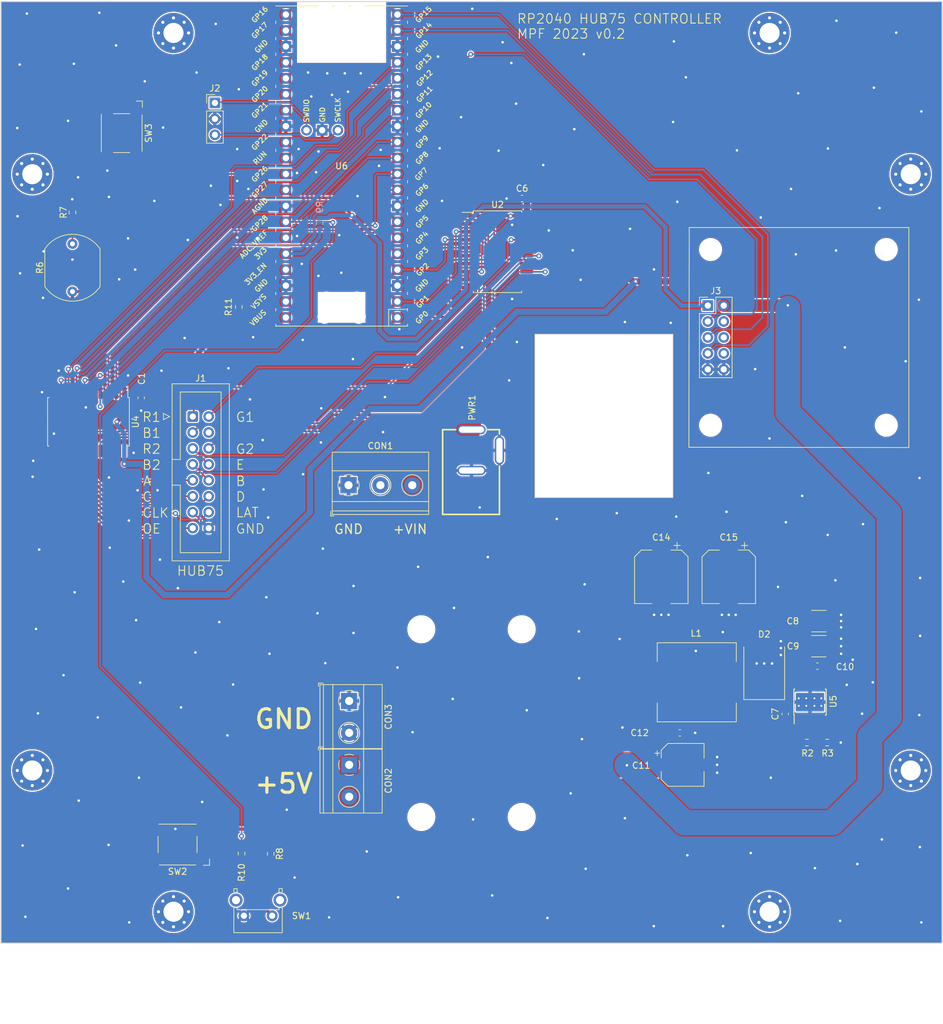
<source format=kicad_pcb>
(kicad_pcb (version 20221018) (generator pcbnew)
  (layers (0 "F.Cu" signal) (31 "B.Cu" signal) (34 "B.Paste" user) (35 "F.Paste" user) (36 "B.SilkS" user "B.Silkscreen") (37 "F.SilkS" user "F.Silkscreen") (38 "B.Mask" user) (39 "F.Mask" user) (44 "Edge.Cuts" user))
  (net 0 "")
  (net 1 "GND")
  (net 2 "/A_PIN")
  (net 3 "/B_PIN")
  (net 4 "/GPIO16")
  (net 5 "/GPIO14")
  (net 6 "/E_PIN")
  (net 7 "Net-(D2-K)")
  (net 8 "/C_PIN")
  (net 9 "/D_PIN")
  (net 10 "/CLK_PIN")
  (net 11 "/LAT_PIN")
  (net 12 "/GPIO15")
  (net 13 "/OE_PIN")
  (net 14 "Net-(U5-BOOT)")
  (net 15 "Net-(U5-VIN)")
  (net 17 "/ADC0")
  (net 19 "Net-(U5-VSENSE)")
  (net 20 "/B2_PIN")
  (net 21 "/G2_PIN")
  (net 22 "/R2_PIN")
  (net 23 "/B1_PIN")
  (net 24 "/G1_PIN")
  (net 25 "/R1_PIN")
  (net 26 "Net-(U6-3V3)")
  (net 28 "/SW")
  (net 29 "+3V3")
  (net 30 "/LAT")
  (net 31 "/D")
  (net 32 "/B")
  (net 33 "/G2")
  (net 35 "/G1")
  (net 36 "/OE")
  (net 37 "/CLK")
  (net 38 "/C")
  (net 39 "/A")
  (net 40 "/B2")
  (net 41 "/R2")
  (net 42 "/B1")
  (net 43 "/R1")
  (net 44 "+5V")
  (net 46 "/E")
  (net 50 "Net-(SW1A-A)")
  (net 54 "/VSYS")
  (net 55 "/RUN")
  (net 57 "/GPIO18")
  (net 58 "/GPIO19")
  (net 59 "/GPIO20")
  (net 60 "/GPIO21")
  (net 61 "/GPIO22")
  (net 64 "VBUS")
  (net 65 "/SWDIO")
  (net 66 "/SWCLK")
  (footprint "MountingHole:MountingHole_3.2mm_M3_Pad_Via" (layer "F.Cu") (at 25 67.5)
    (fp_text reference "H1" hide)
    (fp_text value "MountingHole")
  )
  (footprint "MountingHole:MountingHole_3.2mm_M3_Pad_Via" (layer "F.Cu") (at 47.5 45)
    (fp_text reference "H2" hide)
    (fp_text value "MountingHole")
  )
  (footprint "MountingHole:MountingHole_3.2mm_M3_Pad_Via" (layer "F.Cu") (at 142.5 45)
    (fp_text reference "H3" hide)
    (fp_text value "MountingHole")
  )
  (footprint "MountingHole:MountingHole_3.2mm_M3_Pad_Via" (layer "F.Cu") (at 165 67.5)
    (fp_text reference "H4" hide)
    (fp_text value "MountingHole")
  )
  (footprint "MountingHole:MountingHole_3.2mm_M3_Pad_Via" (layer "F.Cu") (at 165 162.5)
    (fp_text reference "H5" hide)
    (fp_text value "MountingHole")
  )
  (footprint "MountingHole:MountingHole_3.2mm_M3_Pad_Via" (layer "F.Cu") (at 142.5 185)
    (fp_text reference "H6" hide)
    (fp_text value "MountingHole")
  )
  (footprint "MountingHole:MountingHole_3.2mm_M3_Pad_Via" (layer "F.Cu") (at 47.5 185)
    (fp_text reference "H7" hide)
    (fp_text value "MountingHole")
  )
  (footprint "MountingHole:MountingHole_3.2mm_M3_Pad_Via" (layer "F.Cu") (at 25 162.5)
    (fp_text reference "H8" hide)
    (fp_text value "MountingHole")
  )
  (footprint "Connector_IDC:IDC-Header_2x08_P2.54mm_Vertical" (layer "F.Cu") (at 50.57 106.11)
    (fp_text reference "J1")
    (fp_text value "Conn_02x08_Odd_Even")
  )
  (footprint "Capacitor_SMD:C_0603_1608Metric" (layer "F.Cu") (at 42.352 103.132 -90)
    (fp_text reference "C1")
    (fp_text value "100n")
  )
  (footprint "Capacitor_SMD:C_0603_1608Metric" (layer "F.Cu") (at 103.058 71.382 180)
    (fp_text reference "C6")
    (fp_text value "100n")
  )
  (footprint "Connector_PinHeader_2.54mm:PinHeader_1x03_P2.54mm_Vertical" (layer "F.Cu") (at 54.102 56.149)
    (fp_text reference "J2")
    (fp_text value "Conn_01x03")
  )
  (footprint "Package_SO:SOIC-20W_7.5x12.8mm_P1.27mm" (layer "F.Cu") (at 99.15 79.85)
    (fp_text reference "U2")
    (fp_text value "74HC245")
  )
  (footprint "Package_SO:SOIC-20W_7.5x12.8mm_P1.27mm" (layer "F.Cu") (at 33.95 106.95 -90)
    (fp_text reference "U4")
    (fp_text value "74HC245")
  )
  (footprint "Capacitor_SMD:C_0603_1608Metric" (layer "F.Cu") (at 145 153.5 90)
    (fp_text reference "C7")
    (fp_text value "100n")
  )
  (footprint "Capacitor_SMD:C_1812_4532Metric" (layer "F.Cu") (at 150.35 138.7)
    (fp_text reference "C8")
    (fp_text value "4.7u/50V")
  )
  (footprint "Capacitor_SMD:C_1812_4532Metric" (layer "F.Cu") (at 150.35 142.7)
    (fp_text reference "C9")
    (fp_text value "4.7u/50V")
  )
  (footprint "Capacitor_SMD:C_0603_1608Metric" (layer "F.Cu") (at 150.125 145.875)
    (fp_text reference "C10")
    (fp_text value "100n")
  )
  (footprint "Capacitor_SMD:CP_Elec_6.3x7.7" (layer "F.Cu") (at 128.65 161.6)
    (fp_text reference "C11")
    (fp_text value "330u")
  )
  (footprint "Capacitor_SMD:C_0603_1608Metric" (layer "F.Cu") (at 128.2 156.5)
    (fp_text reference "C12")
    (fp_text value "100n")
  )
  (footprint "TerminalBlock_Phoenix:TerminalBlock_Phoenix_MKDS-1,5-3-5.08_1x03_P5.08mm_Horizontal" (layer "F.Cu") (at 75.4 117.05)
    (fp_text reference "CON1")
    (fp_text value "CON3")
  )
  (footprint "TerminalBlock_Phoenix:TerminalBlock_Phoenix_MKDS-1,5-2-5.08_1x02_P5.08mm_Horizontal" (layer "F.Cu") (at 75.5 161.6 -90)
    (fp_text reference "CON2")
    (fp_text value "CON2")
  )
  (footprint "TerminalBlock_Phoenix:TerminalBlock_Phoenix_MKDS-1,5-2-5.08_1x02_P5.08mm_Horizontal" (layer "F.Cu") (at 75.5 151.42 -90)
    (fp_text reference "CON3")
    (fp_text value "CON2")
  )
  (footprint "Diode_SMD:D_SMC" (layer "F.Cu") (at 141.65 146.4 90)
    (fp_text reference "D2")
    (fp_text value "B540C")
  )
  (footprint "Inductor_SMD:L_12x12mm_H8mm" (layer "F.Cu") (at 130.9 148.45 180)
    (fp_text reference "L1")
    (fp_text value "15uH")
  )
  (footprint "Resistor_SMD:R_0603_1608Metric" (layer "F.Cu") (at 148.45 158.05)
    (fp_text reference "R2")
    (fp_text value "10K")
  )
  (footprint "Resistor_SMD:R_0603_1608Metric" (layer "F.Cu") (at 151.675 158.05)
    (fp_text reference "R3")
    (fp_text value "3.16K")
  )
  (footprint "Package_SO:TI_SO-PowerPAD-8_ThermalVias" (layer "F.Cu") (at 148.95 151.6 90)
    (fp_text reference "U5")
    (fp_text value "TPS5450DDA")
  )
  (footprint "REV-I:PWRJ-2mm(YDJ-1136)" (layer "F.Cu") (at 99.75 108.2 90)
    (fp_text reference "PWR1")
    (fp_text value "PWR-JAKPWR_JACK_UNI_MILLING")
  )
  (footprint "Capacitor_SMD:CP_Elec_8x10" (layer "F.Cu") (at 125.25 131.65 -90)
    (fp_text reference "C14")
    (fp_text value "470u")
  )
  (footprint "Capacitor_SMD:CP_Elec_8x10" (layer "F.Cu") (at 136 131.65 -90)
    (fp_text reference "C15")
    (fp_text value "470u")
  )
  (footprint "MountingHole:MountingHole_4mm" (layer "F.Cu") (at 87 169.9)
    (fp_text reference "REF**" hide)
    (fp_text value "MountingHole_4mm")
  )
  (footprint "MountingHole:MountingHole_4mm" (layer "F.Cu") (at 103 169.9)
    (fp_text reference "REF**" hide)
    (fp_text value "MountingHole_4mm")
  )
  (footprint "MountingHole:MountingHole_4mm" (layer "F.Cu") (at 87 140)
    (fp_text reference "REF**" hide)
    (fp_text value "MountingHole_4mm")
  )
  (footprint "MountingHole:MountingHole_4mm" (layer "F.Cu") (at 103 140)
    (fp_text reference "REF**" hide)
    (fp_text value "MountingHole_4mm")
  )
  (footprint "OptoDevice:R_LDR_10x8.5mm_P7.6mm_Vertical" (layer "F.Cu") (at 31.4 86.2 90)
    (fp_text reference "R6")
    (fp_text value "LDR03")
  )
  (footprint "Resistor_SMD:R_0603_1608Metric" (layer "F.Cu") (at 31.4 73.6 90)
    (fp_text reference "R7")
    (fp_text value "10K")
  )
  (footprint "MountingHole:MountingHole_3.2mm_M3" (layer "F.Cu") (at 133.1 79.5)
    (fp_text reference "H9" hide)
    (fp_text value "MountingHole")
  )
  (footprint "MountingHole:MountingHole_3.2mm_M3" (layer "F.Cu") (at 133.1 107.5)
    (fp_text reference "H10" hide)
    (fp_text value "MountingHole")
  )
  (footprint "MountingHole:MountingHole_3.2mm_M3" (layer "F.Cu") (at 161.1 79.5)
    (fp_text reference "H11" hide)
    (fp_text value "MountingHole")
  )
  (footprint "MountingHole:MountingHole_3.2mm_M3" (layer "F.Cu") (at 161.1 107.5)
    (fp_text reference "H12" hide)
    (fp_text value "MountingHole")
  )
  (footprint "Button_Switch_SMD:SW_SPST_Omron_B3FS-100xP" (layer "F.Cu") (at 48.15 174.3 180)
    (fp_text reference "SW2")
    (fp_text value "SW_DPST_x2")
  )
  (footprint "Button_Switch_SMD:SW_SPST_Omron_B3FS-100xP" (layer "F.Cu") (at 39.243 60.96 -90)
    (fp_text reference "SW3")
    (fp_text value "SW_DPST_x2")
  )
  (footprint "Resistor_SMD:R_0603_1608Metric" (layer "F.Cu") (at 58.35 175.725 -90)
    (fp_text reference "R10")
    (fp_text value "0R")
  )
  (footprint "Resistor_SMD:R_0603_1608Metric" (layer "F.Cu") (at 62.992 175.768 -90)
    (fp_text reference "R8")
    (fp_text value "1K")
  )
  (footprint "Resistor_SMD:R_0603_1608Metric" (layer "F.Cu") (at 57.912 88.646 -90)
    (fp_text reference "R11")
    (fp_text value "0R")
  )
  (footprint "Morten_2023_Library:RPi_Pico_WSMD_TH" (layer "F.Cu") (at 74.3 66.2 180)
    (fp_text reference "U6")
    (fp_text value "Pico")
  )
  (footprint "Button_Switch_THT:SW_Tactile_SPST_Angled_PTS645Vx31-2LFS" (layer "F.Cu") (at 63.225 185.6375 180)
    (fp_text reference "SW1")
    (fp_text value "SW_DPST_x2")
  )
  (footprint "Connector_PinHeader_2.54mm:PinHeader_2x05_P2.54mm_Vertical" (layer "F.Cu") (at 132.66 88.43)
    (fp_text reference "J3")
    (fp_text value "Conn_02x05_Odd_Even")
  )
  (footprint "Resistor_SMD:R_0603_1608Metric" (layer "B.Cu") (at 70.8 75.319 90)
    (fp_text reference "R9")
    (fp_text value "0R")
  )
  (gr_line (start 164.7 76) (end 129.7 76) (stroke (width 0.12)) (layer "F.SilkS"))
  (gr_line (start 164.7 111) (end 164.7 76) (stroke (width 0.12)) (layer "F.SilkS"))
  (gr_line (start 129.7 76) (end 129.65 111) (stroke (width 0.12)) (layer "F.SilkS"))
  (gr_line (start 129.65 111) (end 164.7 111.05) (stroke (width 0.12)) (layer "F.SilkS"))
  (gr_line (start 20 40) (end 20 190) (stroke (width 0.15)) (layer "Edge.Cuts"))
  (gr_line (start 170 40) (end 20 40) (stroke (width 0.15)) (layer "Edge.Cuts"))
  (gr_line (start 20 190) (end 170 190) (stroke (width 0.15)) (layer "Edge.Cuts"))
  (gr_line (start 170 190) (end 170 40) (stroke (width 0.15)) (layer "Edge.Cuts"))
  (gr_poly (pts (xy 127.1 119) (xy 105.1 119) (xy 105.1 93) (xy 127.1 93)) (stroke (width 0.1)) (fill none) (layer "Edge.Cuts"))
  (gr_text "G1" (at 58.914285 106.2) (layer "F.SilkS") (effects (font (size 1.5 1.5))))
  (gr_text "RP2040 HUB75 CONTROLLER\nMPF 2023 v0.2\n" (at 102.169 43.95) (layer "F.SilkS") (effects (font (size 1.5 1.5)) (justify left)))
  (gr_text "GND\n" (at 65.1 154.3) (layer "F.SilkS") (effects (font (size 3 3) (thickness 0.5))))
  (gr_text "+VIN" (at 85.2 124.05) (layer "F.SilkS") (effects (font (size 1.5 1.5) (thickness 0.2))))
  (gr_text "R1" (at 44 106.2) (layer "F.SilkS") (effects (font (size 1.5 1.5))))
  (gr_text "E\n" (at 58.135714 113.8) (layer "F.SilkS") (effects (font (size 1.5 1.5))))
  (gr_text "GND\n" (at 75.4 124.05) (layer "F.SilkS") (effects (font (size 1.5 1.5) (thickness 0.2))))
  (gr_text "HUB75\n" (at 51.8 130.7) (layer "F.SilkS") (effects (font (size 1.5 1.5))))
  (gr_text "B2" (at 44 113.828571) (layer "F.SilkS") (effects (font (size 1.5 1.5))))
  (gr_text "D" (at 58.2 118.9) (layer "F.SilkS") (effects (font (size 1.5 1.5))))
  (gr_text "CLK" (at 44.642858 121.457142) (layer "F.SilkS") (effects (font (size 1.5 1.5))))
  (gr_text "A" (at 43.3 116.371428) (layer "F.SilkS") (effects (font (size 1.5 1.5))))
  (gr_text "B1" (at 44 108.742857) (layer "F.SilkS") (effects (font (size 1.5 1.5))))
  (gr_text "OE" (at 44 124) (layer "F.SilkS") (effects (font (size 1.5 1.5))))
  (gr_text "LAT" (at 59.271428 121.4) (layer "F.SilkS") (effects (font (size 1.5 1.5))))
  (gr_text "G2" (at 58.914285 111.3) (layer "F.SilkS") (effects (font (size 1.5 1.5))))
  (gr_text "C" (at 43.285715 118.914285) (layer "F.SilkS") (effects (font (size 1.5 1.5))))
  (gr_text "+5V\n" (at 65.1 164.6) (layer "F.SilkS") (effects (font (size 3 3) (thickness 0.5))))
  (gr_text "R2" (at 44 111.285714) (layer "F.SilkS") (effects (font (size 1.5 1.5))))
  (gr_text "B" (at 58.2 116.4) (layer "F.SilkS") (effects (font (size 1.5 1.5))))
  (gr_text "GND" (at 59.735714 124) (layer "F.SilkS") (effects (font (size 1.5 1.5))))
  (segment (start 149.585 150.935) (end 149.65 151) (width 0.25) (layer "F.Cu") (net 1))
  (via (at 76.2 133.1) (size 0.8) (drill 0.4) (layers "F.Cu" "B.Cu") (net 1))
  (via (at 154.5 95.1) (size 0.8) (drill 0.4) (layers "F.Cu" "B.Cu") (net 1))
  (via (at 141.1 74.4) (size 0.8) (drill 0.4) (layers "F.Cu" "B.Cu") (net 1))
  (via (at 31.4 81.1) (size 0.8) (drill 0.4) (layers "F.Cu" "B.Cu") (net 1))
  (via (at 112.395 84.328) (size 0.8) (drill 0.4) (layers "F.Cu" "B.Cu") (net 1))
  (via (at 83.5 92.2) (size 0.8) (drill 0.4) (layers "F.Cu" "B.Cu") (net 1))
  (via (at 67.437 63.5) (size 0.8) (drill 0.4) (layers "F.Cu" "B.Cu") (net 1))
  (via (at 30.7 59) (size 0.8) (drill 0.4) (layers "F.Cu" "B.Cu") (net 1))
  (via (at 26.8 79.8) (size 0.8) (drill 0.4) (layers "F.Cu" "B.Cu") (net 1))
  (via (at 26.543 102.235) (size 0.8) (drill 0.4) (layers "F.Cu" "B.Cu") (net 1))
  (via (at 26.1 127.3) (size 0.8) (drill 0.4) (layers "F.Cu" "B.Cu") (net 1))
  (via (at 25.9 153.4) (size 0.8) (drill 0.4) (layers "F.Cu" "B.Cu") (net 1))
  (via (at 30.7 181.3) (size 0.8) (drill 0.4) (layers "F.Cu" "B.Cu") (net 1))
  (via (at 47.8 171.8) (size 0.8) (drill 0.4) (layers "F.Cu" "B.Cu") (net 1))
  (via (at 66.8 179.55) (size 0.8) (drill 0.4) (layers "F.Cu" "B.Cu") (net 1))
  (via (at 83.3 182.7) (size 0.8) (drill 0.4) (layers "F.Cu" "B.Cu") (net 1))
  (via (at 98.3 182.4) (size 0.8) (drill 0.4) (layers "F.Cu" "B.Cu") (net 1))
  (via (at 113.03 132.842) (size 0.8) (drill 0.4) (layers "F.Cu" "B.Cu") (net 1))
  (via (at 103.8 152.9) (size 0.8) (drill 0.4) (layers "F.Cu" "B.Cu") (net 1))
  (via (at 92 151.1) (size 0.8) (drill 0.4) (layers "F.Cu" "B.Cu") (net 1))
  (via (at 51 143.7) (size 0.8) (drill 0.4) (layers "F.Cu" "B.Cu") (net 1))
  (via (at 42.2 148.5) (size 0.8) (drill 0.4) (layers "F.Cu" "B.Cu") (net 1))
  (via (at 39.5 132.4) (size 0.8) (drill 0.4) (layers "F.Cu" "B.Cu") (net 1))
  (via (at 62.3 134.9) (size 0.8) (drill 0.4) (layers "F.Cu" "B.Cu") (net 1))
  (via (at 151.8 63.4) (size 0.8) (drill 0.4) (layers "F.Cu" "B.Cu") (net 1))
  (via (at 127.8 71.9) (size 0.8) (drill 0.4) (layers "F.Cu" "B.Cu") (net 1))
  (via (at 119.45 91.05) (size 0.8) (drill 0.4) (layers "F.Cu" "B.Cu") (net 1))
  (via (at 71.7 145.4) (size 0.8) (drill 0.4) (layers "F.Cu" "B.Cu") (net 1))
  (via (at 56.1 156.9) (size 0.8) (drill 0.4) (layers "F.Cu" "B.Cu") (net 1))
  (via (at 32.4 167.3) (size 0.8) (drill 0.4) (layers "F.Cu" "B.Cu") (net 1))
  (via (at 78.3 175.4) (size 0.8) (drill 0.4) (layers "F.Cu" "B.Cu") (net 1))
  (via (at 72.3 185.9) (size 0.8) (drill 0.4) (layers "F.Cu" "B.Cu") (net 1))
  (via (at 23.9 185.8) (size 0.8) (drill 0.4) (layers "F.Cu" "B.Cu") (net 1))
  (via (at 62.6 122.2) (size 0.8) (drill 0.4) (layers "F.Cu" "B.Cu") (net 1))
  (via (at 166.3 87.5) (size 0.8) (drill 0.4) (layers "F.Cu" "B.Cu") (net 1))
  (via (at 96.3 120.6) (size 0.8) (drill 0.4) (layers "F.Cu" "B.Cu") (net 1))
  (via (at 53.467 69.342) (size 0.8) (drill 0.4) (layers "F.Cu" "B.Cu") (net 1))
  (via (at 32.3 68) (size 0.8) (drill 0.4) (layers "F.Cu" "B.Cu") (net 1))
  (via (at 26.7 87.2) (size 0.8) (drill 0.4) (layers "F.Cu" "B.Cu") (net 1))
  (via (at 41.4 82.7) (size 0.8) (drill 0.4) (layers "F.Cu" "B.Cu") (net 1))
  (via (at 60.198 93.472) (size 0.8) (drill 0.4) (layers "F.Cu" "B.Cu") (net 1))
  (via (at 70.6 83.7) (size 0.8) (drill 0.4) (layers "F.Cu" "B.Cu") (net 1))
  (via (at 45.847 60.071) (size 0.8) (drill 0.4) (layers "F.Cu" "B.Cu") (net 1))
  (via (at 70.231 67.183) (size 0.8) (drill 0.4) (layers "F.Cu" "B.Cu") (net 1))
  (via (at 137.3 63.7) (size 0.8) (drill 0.4) (layers "F.Cu" "B.Cu") (net 1))
  (via (at 127.127 59.182) (size 0.8) (drill 0.4) (layers "F.Cu" "B.Cu") (net 1))
  (via (at 166.7 57.5) (size 0.8) (drill 0.4) (layers "F.Cu" "B.Cu") (net 1))
  (via (at 107.1 186) (size 0.8) (drill 0.4) (layers "F.Cu" "B.Cu") (net 1))
  (via (at 85.6 156.4) (size 0.8) (drill 0.4) (layers "F.Cu" "B.Cu") (net 1))
  (via (at 97.6 128.5) (size 0.8) (drill 0.4) (layers "F.Cu" "B.Cu") (net 1))
  (via (at 164.2 97.3) (size 0.8) (drill 0.4) (layers "F.Cu" "B.Cu") (net 1))
  (via (at 140.208 98.552) (size 0.8) (drill 0.4) (layers "F.Cu" "B.Cu") (net 1))
  (via (at 93.5 95.1) (size 0.8) (drill 0.4) (layers "F.Cu" "B.Cu") (net 1))
  (via (at 68.1 93.9) (size 0.8) (drill 0.4) (layers "F.Cu" "B.Cu") (net 1))
  (via (at 149.733 178.054) (size 0.8) (drill 0.4) (layers "F.Cu" "B.Cu") (net 1))
  (via (at 153.162 43.053) (size 0.8) (drill 0.4) (layers "F.Cu" "B.Cu") (net 1))
  (via (at 29.972 147.32) (size 0.8) (drill 0.4) (layers "F.Cu" "B.Cu") (net 1))
  (via (at 134.15 160.35) (size 0.8) (drill 0.4) (layers "F.Cu" "B.Cu") (net 1))
  (via (at 112.15 147.8) (size 0.8) (drill 0.4) (layers "F.Cu" "B.Cu") (net 1))
  (via (at 110.8 166.15) (size 0.8) (drill 0.4) (layers "F.Cu" "B.Cu") (net 1))
  (via (at 147.066 54.61) (size 0.8) (drill 0.4) (layers "F.Cu" "B.Cu") (net 1))
  (via (at 153.9 142.7) (size 0.8) (drill 0.4) (layers "F.Cu" "B.Cu") (net 1))
  (via (at 31.623 49.911) (size 0.8) (drill 0.4) (layers "F.Cu" "B.Cu") (net 1))
  (via (at 73.914 77.216) (size 0.8) (drill 0.4) (layers "F.Cu" "B.Cu") (net 1))
  (via (at 153.9 143.9) (size 0.8) (drill 0.4) (layers "F.Cu" "B.Cu") (net 1))
  (via (at 41.783 117.856) (size 0.8) (drill 0.4) (layers "F.Cu" "B.Cu") (net 1))
  (via (at 29.2 98.8) (size 0.8) (drill 0.4) (layers "F.Cu" "B.Cu") (net 1))
  (via (at 147.701 118.745) (size 0.8) (drill 0.4) (layers "F.Cu" "B.Cu") (net 1))
  (via (at 37.211 115.824) (size 0.8) (drill 0.4) (layers "F.Cu" "B.Cu") (net 1))
  (via (at 142.9 145.45) (size 0.8) (drill 0.4) (layers "F.Cu" "B.Cu") (net 1))
  (via (at 141.65 145.45) (size 0.8) (drill 0.4) (layers "F.Cu" "B.Cu") (net 1))
  (via (at 35.433 154.051) (size 0.8) (drill 0.4) (layers "F.Cu" "B.Cu") (net 1))
  (via (at 101.346 49.784) (size 0.8) (drill 0.4) (layers "F.Cu" "B.Cu") (net 1))
  (via (at 144.3 143) (size 0.8) (drill 0.4) (layers "F.Cu" "B.Cu") (net 1))
  (via (at 93.345 58.42) (size 0.8) (drill 0.4) (layers "F.Cu" "B.Cu") (net 1))
  (via (at 142.7 163.65) (size 0.8) (drill 0.4) (layers "F.Cu" "B.Cu") (net 1))
  (via (at 31.369 71.501) (size 0.8) (drill 0.4) (layers "F.Cu" "B.Cu") (net 1))
  (via (at 136 137.7) (size 0.8) (drill 0.4) (layers "F.Cu" "B.Cu") (net 1))
  (via (at 52.07 167.513) (size 0.8) (drill 0.4) (layers "F.Cu" "B.Cu") (net 1))
  (via (at 74.803 51.435) (size 0.8) (drill 0.4) (layers "F.Cu" "B.Cu") (net 1))
  (via (at 166.364344 153.664167) (size 0.8) (drill 0.4) (layers "F.Cu" "B.Cu") (net 1))
  (via (at 160.401 173.482) (size 0.8) (drill 0.4) (layers "F.Cu" "B.Cu") (net 1))
  (via (at 157.25 153.45) (size 0.8) (drill 0.4) (layers "F.Cu" "B.Cu") (net 1))
  (via (at 22.6 60.15) (size 0.8) (drill 0.4) (layers "F.Cu" "B.Cu") (net 1))
  (via (at 22.987 50.038) (size 0.8) (drill 0.4) (layers "F.Cu" "B.Cu") (net 1))
  (via (at 157.4 123.25) (size 0.8) (drill 0.4) (layers "F.Cu" "B.Cu") (net 1))
  (via (at 126.4 137.7) (size 0.8) (drill 0.4) (layers "F.Cu" "B.Cu") (net 1))
  (via (at 45.593 98.806) (size 0.8) (drill 0.4) (layers "F.Cu" "B.Cu") (net 1))
  (via (at 25.05 115.7) (size 0.8) (drill 0.4) (layers "F.Cu" "B.Cu") (net 1))
  (via (at 80.518 63.627) (size 0.8) (drill 0.4) (layers "F.Cu" "B.Cu") (net 1))
  (via (at 134.15 161.6) (size 0.8) (drill 0.4) (layers "F.Cu" "B.Cu") (net 1))
  (via (at 86.487 130.048) (size 0.8) (drill 0.4) (layers "F.Cu" "B.Cu") (net 1))
  (via (at 76.1 96.95) (size 0.8) (drill 0.4) (layers "F.Cu" "B.Cu") (net 1))
  (via (at 80.899 108.585) (size 0.8) (drill 0.4) (layers "F.Cu" "B.Cu") (net 1))
  (via (at 57 148.8) (size 0.8) (drill 0.4) (layers "F.Cu" "B.Cu") (net 1))
  (via (at 156.5 177.4) (size 0.8) (drill 0.4) (layers "F.Cu" "B.Cu") (net 1))
  (via (at 54.8 138.85) (size 0.8) (drill 0.4) (layers "F.Cu" "B.Cu") (net 1))
  (via (at 113.2 178.15) (size 0.8) (drill 0.4) (layers "F.Cu" "B.Cu") (net 1))
  (via (at 155.75 144.85) (size 0.8) (drill 0.4) (layers "F.Cu" "B.Cu") (net 1))
  (via (at 92.2 136.6) (size 0.8) (drill 0.4) (layers "F.Cu" "B.Cu") (net 1))
  (via (at 57.658 68.58) (size 0.8) (drill 0.4) (layers "F.Cu" "B.Cu") (net 1))
  (via (at 144.3 141.9) (size 0.8) (drill 0.4) (layers "F.Cu" "B.Cu") (net 1))
  (via (at 112.6 157.5) (size 0.8) (drill 0.4) (layers "F.Cu" "B.Cu") (net 1))
  (via (at 62.8 143.9) (size 0.8) (drill 0.4) (layers "F.Cu" "B.Cu") (net 1))
  (via (at 153.9 139.7) (size 0.8) (drill 0.4) (layers "F.Cu" "B.Cu") (net 1))
  (via (at 68.15 115.3) (size 0.8) (drill 0.4) (layers "F.Cu" "B.Cu") (net 1))
  (via (at 67.945 81.788) (size 0.8) (drill 0.4) (layers "F.Cu" "B.Cu") (net 1))
  (via (at 37.338 127) (size 0.8) (drill 0.4) (layers "F.Cu" "B.Cu") (net 1))
  (via (at 37.211 71.12) (size 0.8) (drill 0.4) (layers "F.Cu" "B.Cu") (net 1))
  (via (at 125.25 137.7) (size 0.8) (drill 0.4) (layers "F.Cu" "B.Cu") (net 1))
  (via (at 89.916 63.373) (size 0.8) (drill 0.4) (layers "F.Cu" "B.Cu") (net 1))
  (via (at 134.15 162.85) (size 0.8) (drill 0.4) (layers "F.Cu" "B.Cu") (net 1))
  (via (at 119.45 170.1) (size 0.8) (drill 0.4) (layers "F.Cu" "B.Cu") (net 1))
  (via (at 153.75 186.45) (size 0.8) (drill 0.4) (layers "F.Cu" "B.Cu") (net 1))
  (via (at 99.949 46.482) (size 0.8) (drill 0.4) (layers "F.Cu" "B.Cu") (net 1))
  (via (at 135.636 121.285) (size 0.8) (drill 0.4) (layers "F.Cu" "B.Cu") (net 1))
  (via (at 56.261 98.425) (size 0.8) (drill 0.4) (layers "F.Cu" "B.Cu") (net 1))
  (via (at 77.343 51.435) (size 0.8) (drill 0.4) (layers "F.Cu" "B.Cu") (net 1))
  (via (at 59.69 103.378) (size 0.8) (drill 0.4) (layers "F.Cu" "B.Cu") (net 1))
  (via (at 33.528 104.648) (size 0.8) (drill 0.4) (layers "F.Cu" "B.Cu") (net 1))
  (via (at 145.1 122.95) (size 0.8) (drill 0.4) (layers "F.Cu" "B.Cu") (net 1))
  (via (at 139.5 175.65) (size 0.8) (drill 0.4) (layers "F.Cu" "B.Cu") (net 1))
  (via (at 72.009 51.435) (size 0.8) (drill 0.4) (layers "F.Cu" "B.Cu") (net 1))
  (via (at 143.85 133.25) (size 0.8) (drill 0.4) (layers "F.Cu" "B.Cu") (net 1))
  (via (at 23.05 83.3) (size 0.8) (drill 0.4) (layers "F.Cu" "B.Cu") (net 1))
  (via (at 153.9 141.5) (size 0.8) (drill 0.4) (layers "F.Cu" "B.Cu") (net 1))
  (via (at 23.45 174.45) (size 0.8) (drill 0.4) (layers "F.Cu" "B.Cu") (net 1))
  (via (at 31.75 134.112) (size 0.8) (drill 0.4) (layers "F.Cu" "B.Cu") (net 1))
  (via (at 127.254 46.355) (size 0.8) (drill 0.4) (layers "F.Cu" "B.Cu") (net 1))
  (via (at 130.75 143.45) (size 0.8) (drill 0.4) (layers "F.Cu" "B.Cu") (net 1))
  (via (at 57.658 77.597) (size 0.8) (drill 0.4) (layers "F.Cu" "B.Cu") (net 1))
  (via (at 154.8 148.85) (size 0.8) (drill 0.4) (layers "F.Cu" "B.Cu") (net 1))
  (via (at 108.585 122.428) (size 0.8) (drill 0.4) (layers "F.Cu" "B.Cu") (net 1))
  (via (at 129.4 176) (size 0.8) (drill 0.4) (layers "F.Cu" "B.Cu") (net 1))
  (via (at 162.687 44.958) (size 0.8) (drill 0.4) (layers "F.Cu" "B.Cu") (net 1))
  (via (at 137.1 137.7) (size 0.8) (drill 0.4) (layers "F.Cu" "B.Cu") (net 1))
  (via (at 67.183 77.343) (size 0.8) (drill 0.4) (layers "F.Cu" "B.Cu") (net 1))
  (via (at 71.05 104.8) (size 0.8) (drill 0.4) (layers "F.Cu" "B.Cu") (net 1))
  (via (at 130.65 156.5) (size 0.8) (drill 0.4) (layers "F.Cu" "B.Cu") (net 1))
  (via (at 44.45 71.755) (size 0.8) (drill 0.4) (layers "F.Cu" "B.Cu") (net 1))
  (via (at 81.2 103) (size 0.8) (drill 0.4) (layers "F.Cu" "B.Cu") (net 1))
  (via (at 61.849 117.729) (size 0.8) (drill 0.4) (layers "F.Cu" "B.Cu") (net 1))
  (via (at 106.426 66.04) (size 0.8) (drill 0.4) (layers "F.Cu" "B.Cu") (net 1))
  (via (at 144.3 144.1) (size 0.8) (drill 0.4) (layers "F.Cu" "B.Cu") (net 1))
  (via (at 89.662 48.768) (size 0.8) (drill 0.4) (layers "F.Cu" "B.Cu") (net 1))
  (via (at 68.961 51.308) (size 0.8) (drill 0.4) (layers "F.Cu" "B.Cu") (net 1))
  (via (at 153 132.2) (size 0.8) (drill 0.4) (layers "F.Cu" "B.Cu") (net 1))
  (via (at 145.923 69.85) (size 0.8) (drill 0.4) (layers "F.Cu" "B.Cu") (net 1))
  (via (at 41.148 111.887) (size 0.8) (drill 0.4) (layers "F.Cu" "B.Cu") (net 1))
  (via (at 102.108 56.261) (size 0.8) (drill 0.4) (layers "F.Cu" "B.Cu") (net 1))
  (via (at 76.2 140.589) (size 0.8) (drill 0.4) (layers "F.Cu" "B.Cu") (net 1))
  (via (at 119.05 155.65) (size 0.8) (drill 0.4) (layers "F.Cu" "B.Cu") (net 1))
  (via (at 101.473 75.565) (size 0.8) (drill 0.4) (layers "F.Cu" "B.Cu") (net 1))
  (via (at 48.2 133.45) (size 0.8) (drill 0.4) (layers "F.Cu" "B.Cu") (net 1))
  (via (at 124.05 187.3) (size 0.8) (drill 0.4) (layers "F.Cu" "B.Cu") (net 1))
  (via (at 54.229 43.561) (size 0.8) (drill 0.4) (layers "F.Cu" "B.Cu") (net 1))
  (via (at 70.993 110.236) (size 0.8) (drill 0.4) (layers "F.Cu" "B.Cu") (net 1))
  (via (at 45.339 128.905) (size 0.8) (drill 0.4) (layers "F.Cu" "B.Cu") (net 1))
  (via (at 158.95 148.45) (size 0.8) (drill 0.4) (layers "F.Cu" "B.Cu") (net 1))
  (via (at 40.45 186.7) (size 0.8) (drill 0.4) (layers "F.Cu" "B.Cu") (net 1))
  (via (at 111.379 60.325) (size 0.8) (drill 0.4) (layers "F.Cu" "B.Cu") (net 1))
  (via (at 166.45 174.7) (size 0.8) (drill 0.4) (layers "F.Cu" "B.Cu") (net 1))
  (via (at 153.9 137.7) (size 0.8) (drill 0.4) (layers "F.Cu" "B.Cu") (net 1))
  (via (at 124.079 82.677) (size 0.8) (drill 0.4) (layers "F.Cu" "B.Cu") (net 1))
  (via (at 70.612 63.881) (size 0.8) (drill 0.4) (layers "F.Cu" "B.Cu") (net 1))
  (via (at 153.9 138.7) (size 0.8) (drill 0.4) (layers "F.Cu" "B.Cu") (net 1))
  (via (at 49.784 77.978) (size 0.8) (drill 0.4) (layers "F.Cu" "B.Cu") (net 1))
  (via (at 118.6 141.55) (size 0.8) (drill 0.4) (layers "F.Cu" "B.Cu") (net 1))
  (via (at 38.354 46.99) (size 0.8) (drill 0.4) (layers "F.Cu" "B.Cu") (net 1))
  (via (at 132.75 115.1) (size 0.8) (drill 0.4) (layers "F.Cu" "B.Cu") (net 1))
  (via (at 42.926 52.705) (size 0.8) (drill 0.4) (layers "F.Cu" "B.Cu") (net 1))
  (via (at 75.311 54.356) (size 0.8) (drill 0.4) (layers "F.Cu" "B.Cu") (net 1))
  (via (at 112.1 140.35) (size 0.8) (drill 0.4) (layers "F.Cu" "B.Cu") (net 1))
  (via (at 49.276 93.599) (size 0.8) (drill 0.4) (layers "F.Cu" "B.Cu") (net 1))
  (via (at 166.7 186.7) (size 0.8) (drill 0.4) (layers "F.Cu" "B.Cu") (net 1))
  (via (at 111.125 79.629) (size 0.8) (drill 0.4) (layers "F.Cu" "B.Cu") (net 1))
  (via (at 153.85 158.05) (size 0.8) (drill 0.4) (layers "F.Cu" "B.Cu") (net 1))
  (via (at 76.835 70.993) (size 0.8) (drill 0.4) (layers "F.Cu" "B.Cu") (net 1))
  (via (at 40.259 77.724) (size 0.8) (drill 0.4) (layers "F.Cu" "B.Cu") (net 1))
  (via (at 135.1 187.3) (size 0.8) (drill 0.4) (layers "F.Cu" "B.Cu") (net 1))
  (via (at 71.3 127.15) (size 0.8) (drill 0.4) (layers "F.Cu" "B.Cu") (net 1))
  (via (at 99.314 63.754) (size 0.8) (drill 0.4) (layers "F.Cu" "B.Cu") (net 1))
  (via (at 22.65 74.2) (size 0.8) (drill 0.4) (layers "F.Cu" "B.Cu") (net 1))
  (via (at 54.991 72.39) (size 0.8) (drill 0.4) (layers "F.Cu" "B.Cu") (net 1))
  (via (at 140.45 145.45) (size 0.8) (drill 0.4) (layers "F.Cu" "B.Cu") (net 1))
  (via (at 153.1 79.65) (size 0.8) (drill 0.4) (layers "F.Cu" "B.Cu") (net 1))
  (via (at 120.269 76.2) (size 0.8) (drill 0.4) (layers "F.Cu" "B.Cu") (net 1))
  (via (at 107.315 76.454) (size 0.8) (drill 0.4) (layers "F.Cu" "B.Cu") (net 1))
  (via (at 124.1 137.7) (size 0.8) (drill 0.4) (layers "F.Cu" "B.Cu") (net 1))
  (via (at 28.448 108.839) (size 0.8) (drill 0.4) (layers "F.Cu" "B.Cu") (net 1))
  (via (at 61.722 109.855) (size 0.8) (drill 0.4) (layers "F.Cu" "B.Cu") (net 1))
  (via (at 166.497 131.826) (size 0.8) (drill 0.4) (layers "F.Cu" "B.Cu") (net 1))
  (via (at 44.958 117.856) (size 0.8) (drill 0.4) (layers "F.Cu" "B.Cu") (net 1))
  (via (at 40.259 99.568) (size 0.8) (drill 0.4) (layers "F.Cu" "B.Cu") (net 1))
  (via (at 37.15 174.35) (size 0.8) (drill 0.4) (layers "F.Cu" "B.Cu") (net 1))
  (via (at 57.658 63.5) (size 0.8) (drill 0.4) (layers "F.Cu" "B.Cu") (net 1))
  (via (at 95.25 170.3) (size 0.8) (drill 0.4) (layers "F.Cu" "B.Cu") (net 1))
  (via (at 74.25 83.2) (size 0.8) (drill 0.4) (layers "F.Cu" "B.Cu") (net 1))
  (via (at 101 100.35) (size 0.8) (drill 0.4) (layers "F.Cu" "B.Cu") (net 1))
  (via (at 48.7 152.45) (size 0.8) (drill 0.4) (layers "F.Cu" "B.Cu") (net 1))
  (via (at 59.436 69.85) (size 0.8) (drill 0.4) (layers "F.Cu" "B.Cu") (net 1))
  (via (at 134.9 137.7) (size 0.8) (drill 0.4) (layers "F.Cu" "B.Cu") (net 1))
  (via (at 118.15 121.5) (size 0.8) (drill 0.4) (layers "F.Cu" "B.Cu") (net 1))
  (via (at 135.05 140.45) (size 0.8) (drill 0.4) (layers "F.Cu" "B.Cu") (net 1))
  (via (at 25.146 113.157) (size 0.8) (drill 0.4) (layers "F.Cu" "B.Cu") (net 1))
  (via (at 24.13 41.91) (size 0.8) (drill 0.4) (layers "F.Cu" "B.Cu") (net 1))
  (via (at 166.4 115.9) (size 0.8) (drill 0.4) (layers "F.Cu" "B.Cu") (net 1))
  (via (at 72.771 54.864) (size 0.8) (drill 0.4) (layers "F.Cu" "B.Cu") (net 1))
  (via (at 40.386 122.682) (size 0.8) (drill 0.4) (layers "F.Cu" "B.Cu") (net 1))
  (via (at 146.685 80.264) (size 0.8) (drill 0.4) (layers "F.Cu" "B.Cu") (net 1))
  (via (at 41.55 138.55) (size 0.8) (drill 0.4) (layers "F.Cu" "B.Cu") (net 1))
  (via (at 160.02 72.898) (size 0.8) (drill 0.4) (layers "F.Cu" "B.Cu") (net 1))
  (via (at 166.5 141.05) (size 0.8) (drill 0.4) (layers "F.Cu" "B.Cu") (net 1))
  (via (at 100.584 71.374) (size 0.8) (drill 0.4) (layers "F.Cu" "B.Cu") (net 1))
  (via (at 83.2 146.1) (size 0.8) (drill 0.4) (layers "F.Cu" "B.Cu") (net 1))
  (via (at 80.264 66.167) (size 0.8) (drill 0.4) (layers "F.Cu" "B.Cu") (net 1))
  (via (at 42.352 105.164) (size 0.8) (drill 0.4) (layers "F.Cu" "B.Cu") (net 1))
  (via (at 67.183 67.31) (size 0.8) (drill 0.4) (layers "F.Cu" "B.Cu") (net 1))
  (via (at 51.181 51.308) (size 0.8) (drill 0.4) (layers "F.Cu" "B.Cu") (net 1))
  (via (at 70.45 137.45) (size 0.8) (drill 0.4) (layers "F.Cu" "B.Cu") (net 1))
  (via (at 36.957 66.929) (size 0.8) (drill 0.4) (layers "F.Cu" "B.Cu") (net 1))
  (via (at 159.131 53.721) (size 0.8) (drill 0.4) (layers "F.Cu" "B.Cu") (net 1))
  (via (at 69.469 55.118) (size 0.8) (drill 0.4) (layers "F.Cu" "B.Cu") (net 1))
  (via (at 65.55 168.75) (size 0.8) (drill 0.4) (layers "F.Cu" "B.Cu") (net 1))
  (via (at 101.473 87.376) (size 0.8) (drill 0.4) (layers "F.Cu" "B.Cu") (net 1))
  (via (at 129.159 52.07) (size 0.8) (drill 0.4) (layers "F.Cu" "B.Cu") (net 1))
  (via (at 57.912 53.975) (size 0.8) (drill 0.4) (layers "F.Cu" "B.Cu") (net 1))
  (via (at 127.635 122.047) (size 0.8) (drill 0.4) (layers "F.Cu" "B.Cu") (net 1))
  (via (at 142.494 109.601) (size 0.8) (drill 0.4) (layers "F.Cu" "B.Cu") (net 1))
  (via (at 95.123 41.148) (size 0.8) (drill 0.4) (layers "F.Cu" "B.Cu") (net 1))
  (via (at 25.6 139.95) (size 0.8) (drill 0.4) (layers "F.Cu" "B.Cu") (net 1))
  (via (at 112.903 48.387) (size 0.8) (drill 0.4) (layers "F.Cu" "B.Cu") (net 1))
  (via (at 102.235 94.234) (size 0.8) (drill 0.4) (layers "F.Cu" "B.Cu") (net 1))
  (via (at 90.297 71.755) (size 0.8) (drill 0.4) (layers "F.Cu" "B.Cu") (net 1))
  (via (at 151.765 124.968) (size 0.8) (drill 0.4) (layers "F.Cu" "B.Cu") (net 1))
  (via (at 42 163.65) (size 0.8) (drill 0.4) (layers "F.Cu" "B.Cu") (net 1))
  (via (at 35.687 41.783) (size 0.8) (drill 0.4) (layers "F.Cu" "B.Cu") (net 1))
  (via (at 126.746 91.186) (size 0.8) (drill 0.4) (layers "F.Cu" "B.Cu") (net 1))
  (via (at 38.85 84.25) (size 0.8) (drill 0.4) (layers "F.Cu" "B.Cu") (net 1))
  (via (at 60.833 77.724) (size 0.8) (drill 0.4) (layers "F.Cu" "B.Cu") (net 1))
  (segment (start 99.45 111.5) (end 99.45 113.55) (width 0.25) (layer "B.Cu") (net 1))
  (segment (start 83.19 70.01) (end 81.501 70.01) (width 0.25) (layer "F.Cu") (net 2))
  (segment (start 73.595 78.805) (end 56.577 78.805) (width 0.25) (layer "F.Cu") (net 2))
  (segment (start 80.645 70.866) (end 80.645 76.327) (width 0.25) (layer "F.Cu") (net 2))
  (segment (start 80.645 76.327) (end 80.137 76.835) (width 0.25) (layer "F.Cu") (net 2))
  (segment (start 80.137 76.835) (end 75.565 76.835) (width 0.25) (layer "F.Cu") (net 2))
  (segment (start 56.577 78.805) (end 38.395 96.987) (width 0.25) (layer "F.Cu") (net 2))
  (segment (start 81.501 70.01) (end 80.645 70.866) (width 0.25) (layer "F.Cu") (net 2))
  (segment (start 38.395 96.987) (end 38.395 102.3) (width 0.25) (layer "F.Cu") (net 2))
  (segment (start 75.565 76.835) (end 73.595 78.805) (width 0.25) (layer "F.Cu") (net 2))
  (segment (start 79.629 75.692) (end 74.295 75.692) (width 0.25) (layer "F.Cu") (net 3))
  (segment (start 73.532 76.455) (end 56.837 76.455) (width 0.25) (layer "F.Cu") (net 3))
  (segment (start 37.145 102.28) (end 37.125 102.3) (width 0.25) (layer "F.Cu") (net 3))
  (segment (start 37.145 96.147) (end 37.145 102.28) (width 0.25) (layer "F.Cu") (net 3))
  (segment (start 56.837 76.455) (end 37.145 96.147) (width 0.25) (layer "F.Cu") (net 3))
  (segment (start 74.295 75.692) (end 73.532 76.455) (width 0.25) (layer "F.Cu") (net 3))
  (via (at 79.629 75.692) (size 0.8) (drill 0.4) (layers "F.Cu" "B.Cu") (net 3))
  (segment (start 83.19 67.47) (end 79.919 67.47) (width 0.25) (layer "B.Cu") (net 3))
  (segment (start 79.919 67.47) (end 79.629 67.76) (width 0.25) (layer "B.Cu") (net 3))
  (segment (start 79.629 67.76) (end 79.629 75.692) (width 0.25) (layer "B.Cu") (net 3))
  (segment (start 60.071 42.799) (end 60.325 42.799) (width 0.25) (layer "F.Cu") (net 4))
  (segment (start 61.054 42.07) (end 65.41 42.07) (width 0.25) (layer "F.Cu") (net 4))
  (segment (start 57.404 45.466) (end 60.071 42.799) (width 0.25) (layer "F.Cu") (net 4))
  (segment (start 57.404 48.308) (end 57.404 45.466) (width 0.25) (layer "F.Cu") (net 4))
  (segment (start 62.563 53.467) (end 57.404 48.308) (width 0.25) (layer "F.Cu") (net 4))
  (segment (start 89.789 53.467) (end 62.563 53.467) (width 0.25) (layer "F.Cu") (net 4))
  (segment (start 94.869 48.387) (end 89.789 53.467) (width 0.25) (layer "F.Cu") (net 4))
  (segment (start 60.325 42.799) (end 61.054 42.07) (width 0.25) (layer "F.Cu") (net 4))
  (via (at 94.869 48.387) (size 0.8) (drill 0.4) (layers "F.Cu" "B.Cu") (net 4))
  (segment (start 139.694 89.795) (end 133.835 89.795) (width 0.25) (layer "B.Cu") (net 4))
  (segment (start 103.378 48.387) (end 94.869 48.387) (width 0.25) (layer "B.Cu") (net 4))
  (segment (start 130.937 68.326) (end 140.462 77.851) (width 0.25) (layer "B.Cu") (net 4))
  (segment (start 140.462 89.027) (end 139.694 89.795) (width 0.25) (layer "B.Cu") (net 4))
  (segment (start 133.835 89.795) (end 132.66 90.97) (width 0.25) (layer "B.Cu") (net 4))
  (segment (start 103.378 48.387) (end 123.317 68.326) (width 0.25) (layer "B.Cu") (net 4))
  (segment (start 123.317 68.326) (end 130.937 68.326) (width 0.25) (layer "B.Cu") (net 4))
  (segment (start 140.462 77.851) (end 140.462 89.027) (width 0.25) (layer "B.Cu") (net 4))
  (segment (start 131.453 67.572) (end 141.351 77.47) (width 0.25) (layer "B.Cu") (net 5))
  (segment (start 141.351 90.366) (end 139.507 92.21) (width 0.25) (layer "B.Cu") (net 5))
  (segment (start 141.351 77.47) (end 141.351 90.366) (width 0.25) (layer "B.Cu") (net 5))
  (segment (start 133.96 92.21) (end 132.66 93.51) (width 0.25) (layer "B.Cu") (net 5))
  (segment (start 100.744 44.61) (end 123.706 67.572) (width 0.25) (layer "B.Cu") (net 5))
  (segment (start 83.19 44.61) (end 100.744 44.61) (width 0.25) (layer "B.Cu") (net 5))
  (segment (start 123.706 67.572) (end 131.453 67.572) (width 0.25) (layer "B.Cu") (net 5))
  (segment (start 139.507 92.21) (end 133.96 92.21) (width 0.25) (layer "B.Cu") (net 5))
  (segment (start 33.315 100.416) (end 33.401 100.33) (width 0.25) (layer "F.Cu") (net 6))
  (segment (start 33.315 102.3) (end 33.315 100.416) (width 0.25) (layer "F.Cu") (net 6))
  (via (at 33.401 100.33) (size 0.8) (drill 0.4) (layers "F.Cu" "B.Cu") (net 6))
  (segment (start 66.775 73.725) (end 60.456 73.725) (width 0.25) (layer "B.Cu") (net 6))
  (segment (start 83.19 57.31) (end 66.775 73.725) (width 0.25) (layer "B.Cu") (net 6))
  (segment (start 60.456 73.725) (end 33.851 100.33) (width 0.25) (layer "B.Cu") (net 6))
  (segment (start 33.851 100.33) (end 33.401 100.33) (width 0.25) (layer "B.Cu") (net 6))
  (segment (start 147.045 148.9) (end 145.9 148.9) (width 0.25) (layer "F.Cu") (net 7))
  (segment (start 145.9 148.9) (end 145 149.8) (width 0.25) (layer "F.Cu") (net 7))
  (segment (start 145 149.9) (end 145.05 149.85) (width 0.25) (layer "F.Cu") (net 7))
  (segment (start 145.05 149.85) (end 145 149.8) (width 0.25) (layer "F.Cu") (net 7))
  (segment (start 137.2 149.8) (end 135.85 148.45) (width 0.25) (layer "F.Cu") (net 7))
  (segment (start 145 152.725) (end 145 149.9) (width 0.25) (layer "F.Cu") (net 7))
  (segment (start 141.65 149.8) (end 137.2 149.8) (width 0.25) (layer "F.Cu") (net 7))
  (segment (start 145 149.8) (end 141.65 149.8) (width 0.25) (layer "F.Cu") (net 7))
  (segment (start 35.855 102.3) (end 35.855 104.48) (width 0.25) (layer "F.Cu") (net 8))
  (segment (start 35.855 104.48) (end 35.814 104.521) (width 0.25) (layer "F.Cu") (net 8))
  (via (at 35.814 104.521) (size 0.8) (drill 0.4) (layers "F.Cu" "B.Cu") (net 8))
  (segment (start 35.814 102.108) (end 35.814 104.521) (width 0.25) (layer "B.Cu") (net 8))
  (segment (start 78.453 64.93) (end 69.342 74.041) (width 0.25) (layer "B.Cu") (net 8))
  (segment (start 83.19 64.93) (end 78.453 64.93) (width 0.25) (layer "B.Cu") (net 8))
  (segment (start 59.047 78.875) (end 35.814 102.108) (width 0.25) (layer "B.Cu") (net 8))
  (segment (start 69.342 77.089) (end 67.556 78.875) (width 0.25) (layer "B.Cu") (net 8))
  (segment (start 69.342 74.041) (end 69.342 77.089) (width 0.25) (layer "B.Cu") (net 8))
  (segment (start 67.556 78.875) (end 59.047 78.875) (width 0.25) (layer "B.Cu") (net 8))
  (segment (start 34.585 100.797) (end 34.585 102.3) (width 0.25) (layer "F.Cu") (net 9))
  (segment (start 35.814 99.568) (end 34.585 100.797) (width 0.25) (layer "F.Cu") (net 9))
  (via (at 35.814 99.568) (size 0.8) (drill 0.4) (layers "F.Cu" "B.Cu") (net 9))
  (segment (start 35.814 99.568) (end 36.83 99.568) (width 0.25) (layer "B.Cu") (net 9))
  (segment (start 60.133 76.265) (end 66.102 76.265) (width 0.25) (layer "B.Cu") (net 9))
  (segment (start 36.83 99.568) (end 60.133 76.265) (width 0.25) (layer "B.Cu") (net 9))
  (segment (start 66.102 76.265) (end 79.977 62.39) (width 0.25) (layer "B.Cu") (net 9))
  (segment (start 79.977 62.39) (end 83.19 62.39) (width 0.25) (layer "B.Cu") (net 9))
  (segment (start 29.591 102.214) (end 29.505 102.3) (width 0.25) (layer "F.Cu") (net 10))
  (segment (start 29.591 100.33) (end 29.591 102.214) (width 0.25) (layer "F.Cu") (net 10))
  (via (at 29.591 100.33) (size 0.8) (drill 0.4) (layers "F.Cu" "B.Cu") (net 10))
  (segment (start 77.724 61.341) (end 67.69 71.375) (width 0.25) (layer "B.Cu") (net 10))
  (segment (start 61.213 71.375) (end 33.274 99.314) (width 0.25) (layer "B.Cu") (net 10))
  (segment (start 67.69 71.375) (end 61.213 71.375) (width 0.25) (layer "B.Cu") (net 10))
  (segment (start 83.19 54.77) (end 77.724 60.236) (width 0.25) (layer "B.Cu") (net 10))
  (segment (start 32.766 99.314) (end 31.75 100.33) (width 0.25) (layer "B.Cu") (net 10))
  (segment (start 33.274 99.314) (end 32.766 99.314) (width 0.25) (layer "B.Cu") (net 10))
  (segment (start 31.75 100.33) (end 29.591 100.33) (width 0.25) (layer "B.Cu") (net 10))
  (segment (start 77.724 60.236) (end 77.724 61.341) (width 0.25) (layer "B.Cu") (net 10))
  (segment (start 32.045 102.3) (end 32.045 98.511) (width 0.25) (layer "F.Cu") (net 11))
  (segment (start 32.045 98.511) (end 32.131 98.425) (width 0.25) (layer "F.Cu") (net 11))
  (via (at 32.131 98.425) (size 0.8) (drill 0.4) (layers "F.Cu" "B.Cu") (net 11))
  (segment (start 67.245 68.645) (end 62.419 68.645) (width 0.25) (layer "B.Cu") (net 11))
  (segment (start 72.009 63.881) (end 67.245 68.645) (width 0.25) (layer "B.Cu") (net 11))
  (segment (start 76.454 61.341) (end 73.914 63.881) (width 0.25) (layer "B.Cu") (net 11))
  (segment (start 76.454 58.966) (end 76.454 61.341) (width 0.25) (layer "B.Cu") (net 11))
  (segment (start 62.419 68.645) (end 32.631 98.433) (width 0.25) (layer "B.Cu") (net 11))
  (segment (start 32.631 98.433) (end 32.065 98.433) (width 0.25) (layer "B.Cu") (net 11))
  (segment (start 73.914 63.881) (end 72.009 63.881) (width 0.25) (layer "B.Cu") (net 11))
  (segment (start 83.19 52.23) (end 76.454 58.966) (width 0.25) (layer "B.Cu") (net 11))
  (segment (start 139.192 94.742) (end 133.968 94.742) (width 0.25) (layer "B.Cu") (net 12))
  (segment (start 83.19 42.07) (end 99.347 42.07) (width 0.25) (layer "B.Cu") (net 12))
  (segment (start 124.079 66.802) (end 131.953 66.802) (width 0.25) (layer "B.Cu") (net 12))
  (segment (start 142.24 77.089) (end 142.24 91.694) (width 0.25) (layer "B.Cu") (net 12))
  (segment (start 99.347 42.07) (end 124.079 66.802) (width 0.25) (layer "B.Cu") (net 12))
  (segment (start 131.953 66.802) (end 142.24 77.089) (width 0.25) (layer "B.Cu") (net 12))
  (segment (start 142.24 91.694) (end 139.192 94.742) (width 0.25) (layer "B.Cu") (net 12))
  (segment (start 133.968 94.742) (end 132.66 96.05) (width 0.25) (layer "B.Cu") (net 12))
  (segment (start 30.775 102.3) (end 30.775 98.593) (width 0.25) (layer "F.Cu") (net 13))
  (segment (start 30.775 98.593) (end 30.734 98.552) (width 0.25) (layer "F.Cu") (net 13))
  (via (at 30.734 98.552) (size 0.8) (drill 0.4) (layers "F.Cu" "B.Cu") (net 13))
  (segment (start 56.74 72.615) (end 30.795 98.56) (width 0.25) (layer "B.Cu") (net 13))
  (segment (start 66.869999 66.295) (end 63.06 66.295) (width 0.25) (layer "B.Cu") (net 13))
  (segment (start 63.059 66.294) (end 57.404 66.294) (width 0.25) (layer "B.Cu") (net 13))
  (segment (start 83.19 49.69) (end 83.025 49.69) (width 0.25) (layer "B.Cu") (net 13))
  (segment (start 63.06 66.295) (end 63.059 66.294) (width 0.25) (layer "B.Cu") (net 13))
  (segment (start 75.184 57.531) (end 75.184 61.468) (width 0.25) (layer "B.Cu") (net 13))
  (segment (start 83.025 49.69) (end 75.184 57.531) (width 0.25) (layer "B.Cu") (net 13))
  (segment (start 73.71 62.942) (end 70.222999 62.942) (width 0.25) (layer "B.Cu") (net 13))
  (segment (start 56.74 66.958) (end 56.74 72.615) (width 0.25) (layer "B.Cu") (net 13))
  (segment (start 75.184 61.468) (end 73.71 62.942) (width 0.25) (layer "B.Cu") (net 13))
  (segment (start 57.404 66.294) (end 56.74 66.958) (width 0.25) (layer "B.Cu") (net 13))
  (segment (start 70.222999 62.942) (end 66.869999 66.295) (width 0.25) (layer "B.Cu") (net 13))
  (segment (start 145 154.275) (end 147.02 154.275) (width 0.25) (layer "F.Cu") (net 14))
  (segment (start 147.02 154.275) (end 147.045 154.3) (width 0.25) (layer "F.Cu") (net 14))
  (segment (start 148.325 142.725) (end 148.3 142.7) (width 0.25) (layer "F.Cu") (net 15))
  (segment (start 95 105.95) (end 95 108.2) (width 3) (layer "F.Cu") (net 15))
  (segment (start 100.85 104.65) (end 102.55 106.35) (width 3) (layer "F.Cu") (net 15))
  (segment (start 96.3 104.65) (end 100.85 104.65) (width 3) (layer "F.Cu") (net 15))
  (segment (start 148.3 142.7) (end 148.3 138.7) (width 3) (layer "F.Cu") (net 15))
  (segment (start 107.55 128.4) (end 125.25 128.4) (width 3) (layer "F.Cu") (net 15))
  (segment (start 102.55 123.4) (end 107.55 128.4) (width 3) (layer "F.Cu") (net 15))
  (segment (start 148.325 146.05) (end 148.325 142.725) (width 3) (layer "F.Cu") (net 15))
  (segment (start 85.56 117.05) (end 85.56 109.89) (width 3) (layer "F.Cu") (net 15))
  (segment (start 85.56 109.89) (end 87.25 108.2) (width 3) (layer "F.Cu") (net 15))
  (segment (start 148.315 148.9) (end 148.315 146.06) (width 0.75) (layer "F.Cu") (net 15))
  (segment (start 145.2 128.4) (end 148.3 131.5) (width 3) (layer "F.Cu") (net 15))
  (segment (start 125.25 128.4) (end 136 128.4) (width 3) (layer "F.Cu") (net 15))
  (segment (start 148.315 146.06) (end 148.325 146.05) (width 0.25) (layer "F.Cu") (net 15))
  (segment (start 102.55 106.35) (end 102.55 123.4) (width 3) (layer "F.Cu") (net 15))
  (segment (start 136 128.4) (end 145.2 128.4) (width 3) (layer "F.Cu") (net 15))
  (segment (start 95 105.95) (end 96.3 104.65) (width 3) (layer "F.Cu") (net 15))
  (segment (start 148.3 131.5) (end 148.3 138.7) (width 3) (layer "F.Cu") (net 15))
  (segment (start 87.25 108.2) (end 95 108.2) (width 3) (layer "F.Cu") (net 15))
  (segment (start 44.955 74.425) (end 31.4 74.425) (width 0.25) (layer "F.Cu") (net 17))
  (segment (start 65.41 67.47) (end 51.91 67.47) (width 0.25) (layer "F.Cu") (net 17))
  (segment (start 31.4 78.6) (end 31.4 74.425) (width 0.25) (layer "F.Cu") (net 17))
  (segment (start 51.91 67.47) (end 44.955 74.425) (width 0.25) (layer "F.Cu") (net 17))
  (segment (start 149.275 158.05) (end 150.85 158.05) (width 0.25) (layer "F.Cu") (net 19))
  (segment (start 150.85 154.255) (end 150.85 158.05) (width 0.25) (layer "F.Cu") (net 19))
  (segment (start 97.569 81.755) (end 98.613 80.711) (width 0.25) (layer "F.Cu") (net 20))
  (segment (start 94.5 81.755) (end 97.569 81.755) (width 0.25) (layer "F.Cu") (net 20))
  (segment (start 97.546 74.76) (end 88.25 74.76) (width 0.25) (layer "F.Cu") (net 20))
  (segment (start 88.25 74.76) (end 87.92 75.09) (width 0.25) (layer "F.Cu") (net 20))
  (segment (start 87.92 75.09) (end 83.19 75.09) (width 0.25) (layer "F.Cu") (net 20))
  (segment (start 98.613 75.827) (end 97.546 74.76) (width 0.25) (layer "F.Cu") (net 20))
  (segment (start 98.613 80.711) (end 98.613 75.827) (width 0.25) (layer "F.Cu") (net 20))
  (segment (start 91.698 77.22) (end 89.023 77.22) (width 0.25) (layer "F.Cu") (net 21))
  (segment (start 94.5 80.485) (end 96.553 80.485) (width 0.25) (layer "F.Cu") (net 21))
  (segment (start 93.103 77.4) (end 91.878 77.4) (width 0.25) (layer "F.Cu") (net 21))
  (segment (start 93.203 77.3) (end 93.103 77.4) (width 0.25) (layer "F.Cu") (net 21))
  (segment (start 89.023 77.22) (end 88.646 77.597) (width 0.25) (layer "F.Cu") (net 21))
  (segment (start 96.774 77.724) (end 96.35 77.3) (width 0.25) (layer "F.Cu") (net 21))
  (segment (start 96.553 80.485) (end 96.774 80.264) (width 0.25) (layer "F.Cu") (net 21))
  (segment (start 96.774 80.264) (end 96.774 77.724) (width 0.25) (layer "F.Cu") (net 21))
  (segment (start 91.878 77.4) (end 91.698 77.22) (width 0.25) (layer "F.Cu") (net 21))
  (segment (start 96.35 77.3) (end 93.203 77.3) (width 0.25) (layer "F.Cu") (net 21))
  (segment (start 83.223 77.597) (end 83.19 77.63) (width 0.25) (layer "F.Cu") (net 21))
  (segment (start 88.646 77.597) (end 83.223 77.597) (width 0.25) (layer "F.Cu") (net 21))
  (segment (start 94.5 79.215) (end 90.526 79.215) (width 0.25) (layer "F.Cu") (net 22))
  (segment (start 90.526 79.215) (end 89.571 80.17) (width 0.25) (layer "F.Cu") (net 22))
  (segment (start 89.571 80.17) (end 83.19 80.17) (width 0.25) (layer "F.Cu") (net 22))
  (segment (start 94.5 77.945) (end 90.78 77.945) (width 0.25) (layer "F.Cu") (net 23))
  (via (at 90.78 77.945) (size 0.8) (drill 0.4) (layers "F.Cu" "B.Cu") (net 23))
  (segment (start 90.78 77.945) (end 90.78 81.374) (width 0.25) (layer "B.Cu") (net 23))
  (segment (start 90.78 81.374) (end 89.444 82.71) (width 0.25) (layer "B.Cu") (net 23))
  (segment (start 89.444 82.71) (end 83.19 82.71) (width 0.25) (layer "B.Cu") (net 23))
  (segment (start 94.5 76.675) (end 92.558 76.675) (width 0.25) (layer "F.Cu") (net 24))
  (via (at 92.558 76.675) (size 0.8) (drill 0.4) (layers "F.Cu" "B.Cu") (net 24))
  (segment (start 87.92 87.79) (end 92.517 83.193) (width 0.25) (layer "B.Cu") (net 24))
  (segment (start 83.19 87.79) (end 87.92 87.79) (width 0.25) (layer "B.Cu") (net 24))
  (segment (start 92.517 83.193) (end 92.517 76.589) (width 0.25) (layer "B.Cu") (net 24))
  (segment (start 97.663 76.401) (end 97.663 80.518) (width 0.25) (layer "F.Cu") (net 25))
  (segment (start 96.667 75.405) (end 97.663 76.401) (width 0.25) (layer "F.Cu") (net 25))
  (segment (start 91.501 81.923) (end 91.501 89.543) (width 0.25) (layer "F.Cu") (net 25))
  (segment (start 90.358 90.178) (end 90.206 90.33) (width 0.25) (layer "F.Cu") (net 25))
  (segment (start 90.866 90.178) (end 90.358 90.178) (width 0.25) (layer "F.Cu") (net 25))
  (segment (start 90.206 90.33) (end 83.19 90.33) (width 0.25) (layer "F.Cu") (net 25))
  (segment (start 97.051 81.13) (end 92.294 81.13) (width 0.25) (layer "F.Cu") (net 25))
  (segment (start 92.294 81.13) (end 91.501 81.923) (width 0.25) (layer "F.Cu") (net 25))
  (segment (start 91.501 89.543) (end 90.866 90.178) (width 0.25) (layer "F.Cu") (net 25))
  (segment (start 97.663 80.518) (end 97.051 81.13) (width 0.25) (layer "F.Cu") (net 25))
  (segment (start 94.5 75.405) (end 96.667 75.405) (width 0.25) (layer "F.Cu") (net 25))
  (segment (start 68.166 80.17) (end 70.8 77.536) (width 0.5) (layer "B.Cu") (net 26))
  (segment (start 70.8 77.536) (end 70.8 76.144) (width 0.5) (layer "B.Cu") (net 26))
  (segment (start 65.41 80.17) (end 68.166 80.17) (width 0.5) (layer "B.Cu") (net 26))
  (segment (start 58.35 174.9) (end 58.35 172.95) (width 0.25) (layer "F.Cu") (net 28))
  (segment (start 72.804 75.09) (end 65.41 75.09) (width 0.25) (layer "F.Cu") (net 28))
  (segment (start 72.898 75.184) (end 72.804 75.09) (width 0.25) (layer "F.Cu") (net 28))
  (via (at 72.898 75.184) (size 0.8) (drill 0.4) (layers "F.Cu" "B.Cu") (net 28))
  (via (at 58.35 172.95) (size 0.8) (drill 0.4) (layers "F.Cu" "B.Cu") (net 28))
  (segment (start 72.898 75.184) (end 72.898 78.105) (width 0.25) (layer "B.Cu") (net 28))
  (segment (start 69.469 81.534) (end 69.469 90.297) (width 0.25) (layer "B.Cu") (net 28))
  (segment (start 69.469 90.297) (end 64.135 95.631) (width 0.25) (layer "B.Cu") (net 28))
  (segment (start 72.898 78.105) (end 69.469 81.534) (width 0.25) (layer "B.Cu") (net 28))
  (segment (start 35.814 105.918) (end 35.814 145.923) (width 0.25) (layer "B.Cu") (net 28))
  (segment (start 35.814 145.923) (end 58.35 168.459) (width 0.25) (layer "B.Cu") (net 28))
  (segment (start 64.135 95.631) (end 46.101 95.631) (width 0.25) (layer "B.Cu") (net 28))
  (segment (start 58.35 168.459) (end 58.35 172.95) (width 0.25) (layer "B.Cu") (net 28))
  (segment (start 46.101 95.631) (end 35.814 105.918) (width 0.25) (layer "B.Cu") (net 28))
  (segment (start 56.007 171.831) (end 61.214 171.831) (width 0.5) (layer "F.Cu") (net 29))
  (segment (start 41.783 174.498) (end 53.34 174.498) (width 0.5) (layer "F.Cu") (net 29))
  (segment (start 62.992 173.609) (end 62.992 174.943) (width 0.5) (layer "F.Cu") (net 29))
  (segment (start 23.125 135.875) (end 39.751 152.501) (width 0.5) (layer "F.Cu") (net 29))
  (segment (start 73.14 71.26) (end 73.153 71.247) (width 0.4) (layer "F.Cu") (net 29))
  (segment (start 31.4 86.2) (end 31.4 90.25) (width 0.5) (layer "F.Cu") (net 29))
  (segment (start 53.34 174.498) (end 56.007 171.831) (width 0.5) (layer "F.Cu") (net 29))
  (segment (start 23.125 98.525) (end 23.125 135.875) (width 0.5) (layer "F.Cu") (net 29))
  (segment (start 31.4 90.25) (end 23.125 98.525) (width 0.5) (layer "F.Cu") (net 29))
  (segment (start 31.4 86.2) (end 39.784 86.2) (width 0.4) (layer "F.Cu") (net 29))
  (segment (start 54.724 71.26) (end 73.14 71.26) (width 0.4) (layer "F.Cu") (net 29))
  (segment (start 39.751 172.466) (end 41.783 174.498) (width 0.5) (layer "F.Cu") (net 29))
  (segment (start 61.214 171.831) (end 62.992 173.609) (width 0.5) (layer "F.Cu") (net 29))
  (segment (start 39.784 86.2) (end 54.724 71.26) (width 0.4) (layer "F.Cu") (net 29))
  (segment (start 39.751 152.501) (end 39.751 172.466) (width 0.5) (layer "F.Cu") (net 29))
  (segment (start 73.28 71.375) (end 75.946 74.041) (width 0.4) (layer "F.Cu") (net 29))
  (via (at 75.946 74.041) (size 0.8) (drill 0.4) (layers "F.Cu" "B.Cu") (net 29))
  (segment (start 80.391 78.486) (end 80.391 92.456) (width 0.7) (layer "B.Cu") (net 29))
  (segment (start 75.946 74.041) (end 80.391 78.486) (width 0.7) (layer "B.Cu") (net 29))
  (segment (start 94.107 85.852) (end 94.107 75.438) (width 0.7) (layer "B.Cu") (net 29))
  (segment (start 70.8 74.494) (end 72.064 74.494) (width 0.7) (layer "B.Cu") (net 29))
  (segment (start 80.391 92.456) (end 81.661 93.726) (width 0.7) (layer "B.Cu") (net 29))
  (segment (start 122.608 72.644) (end 125.918 75.954) (width 0.7) (layer "B.Cu") (net 29))
  (segment (start 72.064 74.494) (end 72.517 74.041) (width 0.7) (layer "B.Cu") (net 29))
  (segment (start 72.517 74.041) (end 75.946 74.041) (width 0.7) (layer "B.Cu") (net 29))
  (segment (start 125.918 85.913) (end 128.435 88.43) (width 0.7) (layer "B.Cu") (net 29))
  (segment (start 94.107 75.438) (end 96.901 72.644) (width 0.7) (layer "B.Cu") (net 29))
  (segment (start 125.918 75.954) (end 125.918 85.913) (width 0.7) (layer "B.Cu") (net 29))
  (segment (start 86.233 93.726) (end 94.107 85.852) (width 0.7) (layer "B.Cu") (net 29))
  (segment (start 81.661 93.726) (end 86.233 93.726) (width 0.7) (layer "B.Cu") (net 29))
  (segment (start 96.901 72.644) (end 122.608 72.644) (width 0.7) (layer "B.Cu") (net 29))
  (segment (start 128.435 88.43) (end 132.66 88.43) (width 0.7) (layer "B.Cu") (net 29))
  (segment (start 30.775 114.775) (end 37.539 121.539) (width 0.25) (layer "F.Cu") (net 30))
  (segment (start 37.539 121.539) (end 47.805 121.539) (width 0.25) (layer "F.Cu") (net 30))
  (segment (start 30.775 111.6) (end 30.775 114.775) (width 0.25) (layer "F.Cu") (net 30))
  (via (at 47.813 121.547) (size 0.8) (drill 0.4) (layers "F.Cu" "B.Cu") (net 30))
  (segment (start 48.791 122.525) (end 51.935 122.525) (width 0.25) (layer "B.Cu") (net 30))
  (segment (start 51.935 122.525) (end 53.11 121.35) (width 0.25) (layer "B.Cu") (net 30))
  (segment (start 47.813 121.547) (end 48.791 122.525) (width 0.25) (layer "B.Cu") (net 30))
  (segment (start 33.315 115.812) (end 37.653 120.15) (width 0.25) (layer "F.Cu") (net 31))
  (segment (start 33.315 111.6) (end 33.315 115.812) (width 0.25) (layer "F.Cu") (net 31))
  (segment (start 51.77 120.15) (end 53.11 118.81) (width 0.25) (layer "F.Cu") (net 31))
  (segment (start 37.653 120.15) (end 51.77 120.15) (width 0.25) (layer "F.Cu") (net 31))
  (segment (start 47.97 115.07) (end 51.91 115.07) (width 0.25) (layer "F.Cu") (net 32))
  (segment (start 35.855 111.6) (end 35.855 110.345) (width 0.25) (layer "F.Cu") (net 32))
  (segment (start 51.91 115.07) (end 53.11 116.27) (width 0.25) (layer "F.Cu") (net 32))
  (segment (start 36.8 109.4) (end 42.3 109.4) (width 0.25) (layer "F.Cu") (net 32))
  (segment (start 35.855 110.345) (end 36.8 109.4) (width 0.25) (layer "F.Cu") (net 32))
  (segment (start 42.3 109.4) (end 47.97 115.07) (width 0.25) (layer "F.Cu") (net 32))
  (segment (start 70.927 108.466) (end 55.834 108.466) (width 0.25) (layer "F.Cu") (net 33))
  (segment (start 98.486 95.639) (end 87.75 106.375) (width 0.25) (layer "F.Cu") (net 33))
  (segment (start 103.8 81.755) (end 102.591 81.755) (width 0.25) (layer "F.Cu") (net 33))
  (segment (start 87.75 106.375) (end 73.018 106.375) (width 0.25) (layer "F.Cu") (net 33))
  (segment (start 98.486 85.86) (end 98.486 95.639) (width 0.25) (layer "F.Cu") (net 33))
  (segment (start 102.591 81.755) (end 98.486 85.86) (width 0.25) (layer "F.Cu") (net 33))
  (segment (start 73.018 106.375) (end 70.927 108.466) (width 0.25) (layer "F.Cu") (net 33))
  (segment (start 55.834 108.466) (end 53.11 111.19) (width 0.25) (layer "F.Cu") (net 33))
  (segment (start 103.8 77.945) (end 101.321 77.945) (width 0.25) (layer "F.Cu") (net 35))
  (via (at 101.321 77.945) (size 0.8) (drill 0.4) (layers "F.Cu" "B.Cu") (net 35))
  (segment (start 100.772 81.6) (end 86.36 96.012) (width 0.25) (layer "B.Cu") (net 35))
  (segment (start 101.321 77.945) (end 100.772 78.494) (width 0.25) (layer "B.Cu") (net 35))
  (segment (start 100.772 78.494) (end 100.772 81.6) (width 0.25) (layer "B.Cu") (net 35))
  (segment (start 86.36 96.012) (end 79.698 96.012) (width 0.25) (layer "B.Cu") (net 35))
  (segment (start 79.698 96.012) (end 77.404 98.306) (width 0.25) (layer "B.Cu") (net 35))
  (segment (start 77.404 98.306) (end 60.914 98.306) (width 0.25) (layer "B.Cu") (net 35))
  (segment (start 60.914 98.306) (end 53.11 106.11) (width 0.25) (layer "B.Cu") (net 35))
  (segment (start 38.4945 123.89) (end 50.57 123.89) (width 0.25) (layer "F.Cu") (net 36))
  (segment (start 29.505 114.9005) (end 38.4945 123.89) (width 0.25) (layer "F.Cu") (net 36))
  (segment (start 29.505 111.6) (end 29.505 114.9005) (width 0.25) (layer "F.Cu") (net 36))
  (segment (start 28.235 115.177) (end 38.288 125.23) (width 0.25) (layer "F.Cu") (net 37))
  (segment (start 51.877 122.657) (end 50.57 121.35) (width 0.25) (layer "F.Cu") (net 37))
  (segment (start 28.235 111.6) (end 28.235 115.177) (width 0.25) (layer "F.Cu") (net 37))
  (segment (start 51.877 124.323) (end 51.877 122.657) (width 0.25) (layer "F.Cu") (net 37))
  (segment (start 50.97 125.23) (end 51.877 124.323) (width 0.25) (layer "F.Cu") (net 37))
  (segment (start 38.288 125.23) (end 50.97 125.23) (width 0.25) (layer "F.Cu") (net 37))
  (segment (start 37.837 118.81) (end 50.57 118.81) (width 0.25) (layer "F.Cu") (net 38))
  (segment (start 34.585 111.6) (end 34.585 115.558) (width 0.25) (layer "F.Cu") (net 38))
  (segment (start 34.585 115.558) (end 37.837 118.81) (width 0.25) (layer "F.Cu") (net 38))
  (segment (start 37.125 113.775) (end 39.62 116.27) (width 0.25) (layer "F.Cu") (net 39))
  (segment (start 37.125 111.6) (end 37.125 113.775) (width 0.25) (layer "F.Cu") (net 39))
  (segment (start 39.62 116.27) (end 50.57 116.27) (width 0.25) (layer "F.Cu") (net 39))
  (segment (start 103.841 83.066) (end 103.8 83.025) (width 0.25) (layer "F.Cu") (net 40))
  (segment (start 106.741 83.066) (end 103.841 83.066) (width 0.25) (layer "F.Cu") (net 40))
  (via (at 106.741 83.066) (size 0.8) (drill 0.4) (layers "F.Cu" "B.Cu") (net 40))
  (segment (start 102.481 83.066) (end 84.955 100.592) (width 0.25) (layer "B.Cu") (net 40))
  (segment (start 63.917 115.095) (end 51.935 115.095) (width 0.25) (layer "B.Cu") (net 40))
  (segment (start 51.935 115.095) (end 50.57 113.73) (width 0.25) (layer "B.Cu") (net 40))
  (segment (start 84.955 100.592) (end 78.42 100.592) (width 0.25) (layer "B.Cu") (net 40))
  (segment (start 78.42 100.592) (end 63.917 115.095) (width 0.25) (layer "B.Cu") (net 40))
  (segment (start 106.741 83.066) (end 102.481 83.066) (width 0.25) (layer "B.Cu") (net 40))
  (segment (start 103.8 80.485) (end 105.684 80.485) (width 0.25) (layer "F.Cu") (net 41))
  (segment (start 105.684 80.485) (end 105.725 80.526) (width 0.25) (layer "F.Cu") (net 41))
  (via (at 105.725 80.526) (size 0.8) (drill 0.4) (layers "F.Cu" "B.Cu") (net 41))
  (segment (start 51.745 112.365) (end 64.996 112.365) (width 0.25) (layer "B.Cu") (net 41))
  (segment (start 64.996 112.365) (end 79.309 98.052) (width 0.25) (layer "B.Cu") (net 41))
  (segment (start 103.751 80.526) (end 105.725 80.526) (width 0.25) (layer "B.Cu") (net 41))
  (segment (start 79.309 98.052) (end 86.225 98.052) (width 0.25) (layer "B.Cu") (net 41))
  (segment (start 50.57 111.19) (end 51.745 112.365) (width 0.25) (layer "B.Cu") (net 41))
  (segment (start 86.225 98.052) (end 103.751 80.526) (width 0.25) (layer "B.Cu") (net 41))
  (segment (start 102.845 79.215) (end 103.8 79.215) (width 0.25) (layer "F.Cu") (net 42))
  (segment (start 96.962 95.385) (end 96.962 85.098) (width 0.25) (layer "F.Cu") (net 42))
  (segment (start 56.449 107.196) (end 70.673 107.196) (width 0.25) (layer "F.Cu") (net 42))
  (segment (start 72.578 105.291) (end 87.056 105.291) (width 0.25) (layer "F.Cu") (net 42))
  (segment (start 51.935 107.285) (end 56.36 107.285) (width 0.25) (layer "F.Cu") (net 42))
  (segment (start 87.056 105.291) (end 96.962 95.385) (width 0.25) (layer "F.Cu") (net 42))
  (segment (start 50.57 108.65) (end 51.935 107.285) (width 0.25) (layer "F.Cu") (net 42))
  (segment (start 56.36 107.285) (end 56.449 107.196) (width 0.25) (layer "F.Cu") (net 42))
  (segment (start 70.673 107.196) (end 72.578 105.291) (width 0.25) (layer "F.Cu") (net 42))
  (segment (start 96.962 85.098) (end 102.845 79.215) (width 0.25) (layer "F.Cu") (net 42))
  (segment (start 99.756 77.732) (end 99.756 81.034) (width 0.25) (layer "F.Cu") (net 43))
  (segment (start 100.813 76.675) (end 99.756 77.732) (width 0.25) (layer "F.Cu") (net 43))
  (segment (start 50.734 102.878) (end 50.734 105.946) (width 0.25) (layer "F.Cu") (net 43))
  (segment (start 99.756 81.034) (end 96.2 84.59) (width 0.25) (layer "F.Cu") (net 43))
  (segment (start 50.734 105.946) (end 50.57 106.11) (width 0.25) (layer "F.Cu") (net 43))
  (segment (start 81.468 101.481) (end 52.131 101.481) (width 0.25) (layer "F.Cu") (net 43))
  (segment (start 52.131 101.481) (end 50.734 102.878) (width 0.25) (layer "F.Cu") (net 43))
  (segment (start 96.2 84.59) (end 96.2 86.749) (width 0.25) (layer "F.Cu") (net 43))
  (segment (start 103.8 76.675) (end 100.813 76.675) (width 0.25) (layer "F.Cu") (net 43))
  (segment (start 96.2 86.749) (end 81.468 101.481) (width 0.25) (layer "F.Cu") (net 43))
  (segment (start 134.12 84.59) (end 135.2 85.67) (width 1) (layer "F.Cu") (net 44))
  (segment (start 145.377 88.43) (end 145.415 88.392) (width 0.25) (layer "F.Cu") (net 44))
  (segment (start 103.833 74.102) (end 103.8 74.135) (width 0.25) (layer "F.Cu") (net 44))
  (segment (start 94.5 84.295) (end 94.5 83.025) (width 0.25) (layer "F.Cu") (net 44))
  (segment (start 120.711 84.59) (end 121.15 84.59) (width 1) (layer "F.Cu") (net 44))
  (segment (start 141.45 158.05) (end 139.5 160) (width 0.25) (layer "F.Cu") (net 44))
  (segment (start 139.5 164.05) (end 138.5 165.05) (width 0.25) (layer "F.Cu") (net 44))
  (segment (start 135.2 85.67) (end 135.2 88.43) (width 1) (layer "F.Cu") (net 44))
  (segment (start 119.832 161.6) (end 125.95 161.6) (width 4) (layer "F.Cu") (net 44))
  (segment (start 125.95 161.6) (end 125.95 149.85) (width 4) (layer "F.Cu") (net 44))
  (segment (start 110.256 74.135) (end 120.711 84.59) (width 1) (layer "F.Cu") (net 44))
  (segment (start 119.69 161.6) (end 119.761 161.671) (width 4) (layer "F.Cu") (net 44))
  (segment (start 103.8 74.135) (end 110.256 74.135) (width 1) (layer "F.Cu") (net 44))
  (segment (start 75.5 166.68) (end 75.5 161.6) (width 4) (layer "F.Cu") (net 44))
  (segment (start 39.665 111.6) (end 39.665 113.665) (width 0.25) (layer "F.Cu") (net 44))
  (segment (start 121.158 84.582) (end 121.166 84.59) (width 1) (layer "F.Cu") (net 44))
  (segment (start 119.761 161.671) (end 119.832 161.6) (width 4) (layer "F.Cu") (net 44))
  (segment (start 139.5 160) (end 139.5 164.05) (width 0.25) (layer "F.Cu") (net 44))
  (segment (start 38.481 106.934) (end 39.665 105.75) (width 0.7) (layer "F.Cu") (net 44))
  (segment (start 129.4 165.05) (end 125.95 161.6) (width 0.25) (layer "F.Cu") (net 44))
  (segment (start 103.833 71.382) (end 103.833 74.102) (width 1) (layer "F.Cu") (net 44))
  (segment (start 135.2 88.43) (end 145.377 88.43) (width 2) (layer "F.Cu") (net 44))
  (segment (start 125.95 149.85) (end 126 149.8) (width 4) (layer "F.Cu") (net 44))
  (segment (start 121.15 84.59) (end 121.158 84.582) (width 1) (layer "F.Cu") (net 44))
  (segment (start 39.665 105.75) (end 39.665 102.3) (width 0.7) (layer "F.Cu") (net 44))
  (segment (start 147.625 158.05) (end 141.45 158.05) (width 0.25) (layer "F.Cu") (net 44))
  (segment (start 75.5 161.6) (end 119.69 161.6) (width 4) (layer "F.Cu") (net 44))
  (segment (start 57.912 89.535) (end 45.09 102.357) (width 0.7) (layer "F.Cu") (net 44))
  (segment (start 94.5 83.025) (end 96.614 83.025) (width 0.25) (layer "F.Cu") (net 44))
  (segment (start 39.751 102.362) (end 42.381 102.362) (width 0.7) (layer "F.Cu") (net 44))
  (segment (start 45.09 102.357) (end 42.352 102.357) (width 0.7) (layer "F.Cu") (net 44))
  (segment (start 94.5 74.135) (end 103.8 74.135) (width 0.5) (layer "F.Cu") (net 44))
  (segment (start 138.5 165.05) (end 129.4 165.05) (width 0.25) (layer "F.Cu") (net 44))
  (segment (start 121.166 84.59) (end 134.12 84.59) (width 1) (layer "F.Cu") (net 44))
  (via (at 38.481 106.934) (size 0.8) (drill 0.4) (layers "F.Cu" "B.Cu") (net 44))
  (via (at 101.219 74.168) (size 0.8) (drill 0.4) (layers "F.Cu" "B.Cu") (net 44))
  (via (at 39.665 113.665) (size 0.8) (drill 0.4) (layers "F.Cu" "B.Cu") (net 44))
  (via (at 96.614 83.025) (size 0.8) (drill 0.4) (layers "F.Cu" "B.Cu") (net 44))
  (via (at 119.761 161.671) (size 0.8) (drill 0.4) (layers "F.Cu" "B.Cu") (net 44))
  (via (at 145.415 88.392) (size 0.8) (drill 0.4) (layers "F.Cu" "B.Cu") (net 44))
  (via (at 121.158 84.582) (size 0.8) (drill 0.4) (layers "F.Cu" "B.Cu") (net 44))
  (segment (start 39.665 108.753) (end 39.665 113.665) (width 0.7) (layer "B.Cu") (net 44))
  (segment (start 78.867 104.902) (end 69.25 114.519) (width 1) (layer "B.Cu") (net 44))
  (segment (start 42.418 113.665) (end 39.665 113.665) (width 1) (layer "B.Cu") (net 44))
  (segment (start 158.496 157.102956) (end 161.55 154.048956) (width 4) (layer "B.Cu") (net 44))
  (segment (start 96.614 78.773) (end 101.219 74.168) (width 0.25) (layer "B.Cu") (net 44))
  (segment (start 121.158 84.582) (end 116.332 89.408) (width 1) (layer "B.Cu") (net 44))
  (segment (start 152.527 170.815) (end 158.496 164.846) (width 4) (layer "B.Cu") (net 44))
  (segment (start 46.031 134.55) (end 43.18 131.699) (width 1) (layer "B.Cu") (net 44))
  (segment (start 96.614 83.025) (end 96.614 78.773) (width 0.25) (layer "B.Cu") (net 44))
  (segment (start 145.415 105.41) (end 145.415 88.9) (width 4) (layer "B.Cu") (net 44))
  (segment (start 86.741 104.902) (end 78.867 104.902) (width 1) (layer "B.Cu") (net 44))
  (segment (start 38.481 106.934) (end 38.481 107.569) (width 0.7) (layer "B.Cu") (net 44))
  (segment (start 116.332 89.408) (end 102.235 89.408) (width 1) (layer "B.Cu") (net 44))
  (segment (start 69.25 114.519) (end 69.25 121.377) (width 1) (layer "B.Cu") (net 44))
  (segment (start 102.235 89.408) (end 86.741 104.902) (width 1) (layer "B.Cu") (net 44))
  (segment (start 43.18 114.427) (end 42.418 113.665) (width 1) (layer "B.Cu") (net 44))
  (segment (start 161.55 154.048956) (end 161.55 121.545) (width 4) (layer "B.Cu") (net 44))
  (segment (start 69.25 121.377) (end 56.077 134.55) (width 1) (layer "B.Cu") (net 44))
  (segment (start 38.481 107.569) (end 39.665 108.753) (width 0.7) (layer "B.Cu") (net 44))
  (segment (start 128.905 170.815) (end 152.527 170.815) (width 4) (layer "B.Cu") (net 44))
  (segment (start 119.761 161.671) (end 128.905 170.815) (width 4) (layer "B.Cu") (net 44))
  (segment (start 56.077 134.55) (end 46.031 134.55) (width 1) (layer "B.Cu") (net 44))
  (segment (start 158.496 164.846) (end 158.496 157.102956) (width 4) (layer "B.Cu") (net 44))
  (segment (start 43.18 131.699) (end 43.18 114.427) (width 1) (layer "B.Cu") (net 44))
  (segment (start 161.55 121.545) (end 145.415 105.41) (width 4) (layer "B.Cu") (net 44))
  (segment (start 47.33 112.53) (end 51.91 112.53) (width 0.25) (layer "F.Cu") (net 46))
  (segment (start 32.045 110.155) (end 33.7 108.5) (width 0.25) (layer "F.Cu") (net 46))
  (segment (start 32.045 111.6) (end 32.045 110.155) (width 0.25) (layer "F.Cu") (net 46))
  (segment (start 43.3 108.5) (end 47.33 112.53) (width 0.25) (layer "F.Cu") (net 46))
  (segment (start 51.91 112.53) (end 53.11 113.73) (width 0.25) (layer "F.Cu") (net 46))
  (segment (start 33.7 108.5) (end 43.3 108.5) (width 0.25) (layer "F.Cu") (net 46))
  (segment (start 60.65 176.55) (end 63.05 176.55) (width 0.5) (layer "F.Cu") (net 50))
  (segment (start 61.85 184.2625) (end 61.85 180.15) (width 0.5) (layer "F.Cu") (net 50))
  (segment (start 58.35 176.55) (end 52.15 176.55) (width 0.5) (layer "F.Cu") (net 50))
  (segment (start 63.225 185.6375) (end 61.85 184.2625) (width 0.5) (layer "F.Cu") (net 50))
  (segment (start 58.35 176.55) (end 60.65 176.55) (width 0.5) (layer "F.Cu") (net 50))
  (segment (start 44.15 176.55) (end 52.15 176.55) (width 0.5) (layer "F.Cu") (net 50))
  (segment (start 63.05 178.95) (end 63.05 176.55) (width 0.5) (layer "F.Cu") (net 50))
  (segment (start 61.85 180.15) (end 63.05 178.95) (width 0.5) (layer "F.Cu") (net 50))
  (segment (start 57.912 87.885) (end 58.007 87.79) (width 0.25) (layer "F.Cu") (net 54))
  (segment (start 58.007 87.79) (end 65.41 87.79) (width 0.7) (layer "F.Cu") (net 54))
  (segment (start 65.41 64.93) (end 41.523 64.93) (width 0.25) (layer "F.Cu") (net 55))
  (segment (start 41.523 64.93) (end 41.493 64.96) (width 0.25) (layer "F.Cu") (net 55))
  (segment (start 41.493 64.96) (end 41.493 56.96) (width 0.25) (layer "F.Cu") (net 55))
  (segment (start 72.224 61.976) (end 68.514299 61.976) (width 0.25) (layer "B.Cu") (net 65))
  (segment (start 68.514299 61.976) (end 67.753299 61.215) (width 0.25) (layer "B.Cu") (net 65))
  (segment (start 67.753299 61.215) (end 54.185 61.215) (width 0.25) (layer "B.Cu") (net 65))
  (segment (start 73.7 60.5) (end 72.224 61.976) (width 0.25) (layer "B.Cu") (net 65))
  (segment (start 65.847 56.015) (end 54.305 56.015) (width 0.25) (layer "B.Cu") (net 66))
  (segment (start 68.7 60.5) (end 68.7 58.868) (width 0.25) (layer "B.Cu") (net 66))
  (segment (start 68.7 58.868) (end 65.847 56.015) (width 0.25) (layer "B.Cu") (net 66))
  (zone (net 7) (net_name "Net-(D2-K)") (layer "F.Cu") (priority 1) (connect_pads yes (clearance 0.2)) (min_thickness 0.25) (fill yes (thermal_gap 0.15) (thermal_bridge_width 0.3))
    (polygon (pts (xy 132.75 145.75) (xy 138.9 145.75) (xy 138.9 147.35) (xy 147.55 147.35) (xy 147.55 150.25) (xy 145.8 150.25) (xy 145.8 153.2) (xy 143.15 153.2) (xy 143.15 151.2) (xy 132.75 151.2)))
  )
  (zone (net 15) (net_name "Net-(U5-VIN)") (layer "F.Cu") (priority 2) (connect_pads yes (clearance 0.2)) (min_thickness 0.25) (fill yes (thermal_gap 0.5) (thermal_bridge_width 0.5))
    (polygon (pts (xy 147.95 149.45) (xy 147.95 148.2) (xy 146.85 147.1) (xy 146.85 145.9) (xy 149.8 145.9) (xy 149.8 147.1) (xy 148.6 148.3)))
  )
  (zone (net 0) (net_name "") (layers "F&B.Cu") (connect_pads (clearance 0)) (min_thickness 0.25)
    (keepout (tracks not_allowed) (vias not_allowed) (pads not_allowed) (copperpour not_allowed) (footprints allowed))
    (fill (thermal_gap 0.5) (thermal_bridge_width 0.5))
    (polygon (pts (xy 67.183 49.784) (xy 67.183 39.751) (xy 81.407 39.751) (xy 81.407 49.784)))
  )
  (zone (net 0) (net_name "") (layers "F&B.Cu") (connect_pads (clearance 0)) (min_thickness 0.25)
    (keepout (tracks not_allowed) (vias not_allowed) (pads not_allowed) (copperpour not_allowed) (footprints allowed))
    (fill (thermal_gap 0.5) (thermal_bridge_width 0.5))
    (polygon (pts (xy 70.485 91.186) (xy 78.105 91.186) (xy 78.105 86.233) (xy 70.485 86.233)))
  )
  (zone (net 1) (net_name "GND") (layers "F&B.Cu") (connect_pads (clearance 0.15)) (min_thickness 0.15) (fill yes (thermal_gap 0.2) (thermal_bridge_width 0.5))
    (polygon (pts (xy 20 40) (xy 20 190) (xy 170 190) (xy 170 40)))
  )
)
</source>
